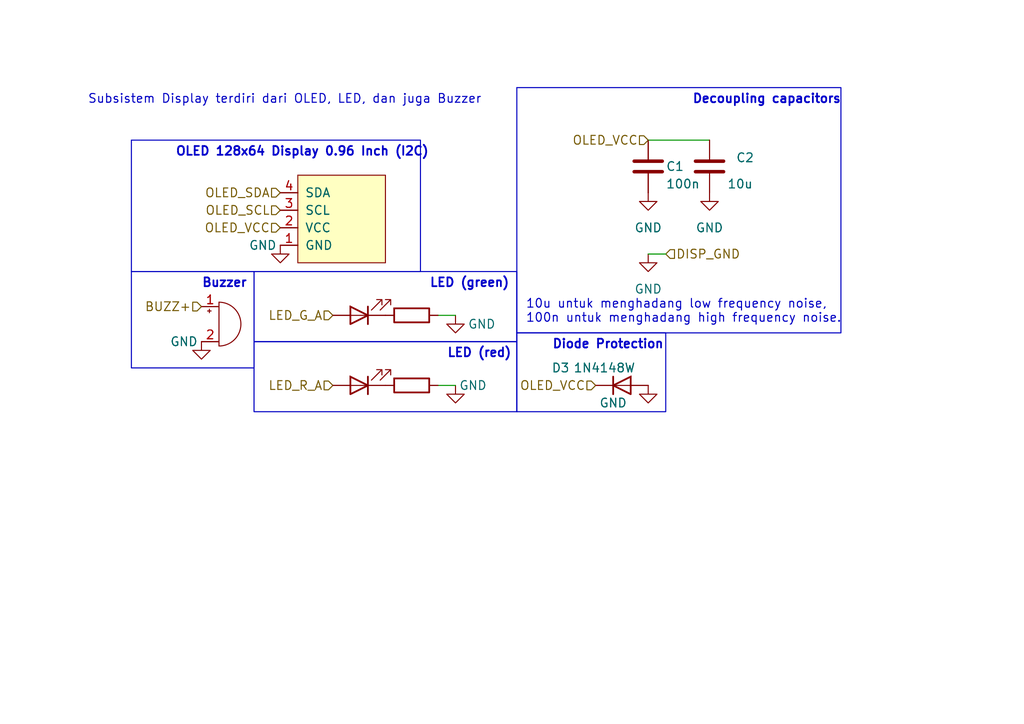
<source format=kicad_sch>
(kicad_sch (version 20230121) (generator eeschema)

  (uuid 181fe4ca-a8ac-4d3c-bca3-d6722f17b085)

  (paper "User" 148.488 105.004)

  (title_block
    (title "Subsistem Display")
    (date "2024-04-29")
    (rev "4.1")
    (company "Institut Teknologi Bandung")
    (comment 1 "Bostang Palaguna")
    (comment 2 "Designed By:")
  )

  (lib_symbols
    (symbol "Device:Buzzer" (pin_names (offset 0.0254) hide) (in_bom yes) (on_board yes)
      (property "Reference" "BZ" (at 3.81 1.27 0)
        (effects (font (size 1.27 1.27)) (justify left))
      )
      (property "Value" "Buzzer" (at 3.81 -1.27 0)
        (effects (font (size 1.27 1.27)) (justify left))
      )
      (property "Footprint" "" (at -0.635 2.54 90)
        (effects (font (size 1.27 1.27)) hide)
      )
      (property "Datasheet" "~" (at -0.635 2.54 90)
        (effects (font (size 1.27 1.27)) hide)
      )
      (property "ki_keywords" "quartz resonator ceramic" (at 0 0 0)
        (effects (font (size 1.27 1.27)) hide)
      )
      (property "ki_description" "Buzzer, polarized" (at 0 0 0)
        (effects (font (size 1.27 1.27)) hide)
      )
      (property "ki_fp_filters" "*Buzzer*" (at 0 0 0)
        (effects (font (size 1.27 1.27)) hide)
      )
      (symbol "Buzzer_0_1"
        (arc (start 0 -3.175) (mid 3.1612 0) (end 0 3.175)
          (stroke (width 0) (type default))
          (fill (type none))
        )
        (polyline
          (pts
            (xy -1.651 1.905)
            (xy -1.143 1.905)
          )
          (stroke (width 0) (type default))
          (fill (type none))
        )
        (polyline
          (pts
            (xy -1.397 2.159)
            (xy -1.397 1.651)
          )
          (stroke (width 0) (type default))
          (fill (type none))
        )
        (polyline
          (pts
            (xy 0 3.175)
            (xy 0 -3.175)
          )
          (stroke (width 0) (type default))
          (fill (type none))
        )
      )
      (symbol "Buzzer_1_1"
        (pin passive line (at -2.54 2.54 0) (length 2.54)
          (name "-" (effects (font (size 1.27 1.27))))
          (number "1" (effects (font (size 1.27 1.27))))
        )
        (pin passive line (at -2.54 -2.54 0) (length 2.54)
          (name "+" (effects (font (size 1.27 1.27))))
          (number "2" (effects (font (size 1.27 1.27))))
        )
      )
    )
    (symbol "Device:C" (pin_numbers hide) (pin_names (offset 0.254)) (in_bom yes) (on_board yes)
      (property "Reference" "C" (at 0.635 2.54 0)
        (effects (font (size 1.27 1.27)) (justify left))
      )
      (property "Value" "C" (at 0.635 -2.54 0)
        (effects (font (size 1.27 1.27)) (justify left))
      )
      (property "Footprint" "" (at 0.9652 -3.81 0)
        (effects (font (size 1.27 1.27)) hide)
      )
      (property "Datasheet" "~" (at 0 0 0)
        (effects (font (size 1.27 1.27)) hide)
      )
      (property "ki_keywords" "cap capacitor" (at 0 0 0)
        (effects (font (size 1.27 1.27)) hide)
      )
      (property "ki_description" "Unpolarized capacitor" (at 0 0 0)
        (effects (font (size 1.27 1.27)) hide)
      )
      (property "ki_fp_filters" "C_*" (at 0 0 0)
        (effects (font (size 1.27 1.27)) hide)
      )
      (symbol "C_0_1"
        (polyline
          (pts
            (xy -2.032 -0.762)
            (xy 2.032 -0.762)
          )
          (stroke (width 0.508) (type default))
          (fill (type none))
        )
        (polyline
          (pts
            (xy -2.032 0.762)
            (xy 2.032 0.762)
          )
          (stroke (width 0.508) (type default))
          (fill (type none))
        )
      )
      (symbol "C_1_1"
        (pin passive line (at 0 3.81 270) (length 2.794)
          (name "~" (effects (font (size 1.27 1.27))))
          (number "1" (effects (font (size 1.27 1.27))))
        )
        (pin passive line (at 0 -3.81 90) (length 2.794)
          (name "~" (effects (font (size 1.27 1.27))))
          (number "2" (effects (font (size 1.27 1.27))))
        )
      )
    )
    (symbol "Device:LED" (pin_numbers hide) (pin_names (offset 1.016) hide) (in_bom yes) (on_board yes)
      (property "Reference" "D" (at 0 2.54 0)
        (effects (font (size 1.27 1.27)))
      )
      (property "Value" "LED" (at 0 -2.54 0)
        (effects (font (size 1.27 1.27)))
      )
      (property "Footprint" "" (at 0 0 0)
        (effects (font (size 1.27 1.27)) hide)
      )
      (property "Datasheet" "~" (at 0 0 0)
        (effects (font (size 1.27 1.27)) hide)
      )
      (property "ki_keywords" "LED diode" (at 0 0 0)
        (effects (font (size 1.27 1.27)) hide)
      )
      (property "ki_description" "Light emitting diode" (at 0 0 0)
        (effects (font (size 1.27 1.27)) hide)
      )
      (property "ki_fp_filters" "LED* LED_SMD:* LED_THT:*" (at 0 0 0)
        (effects (font (size 1.27 1.27)) hide)
      )
      (symbol "LED_0_1"
        (polyline
          (pts
            (xy -1.27 -1.27)
            (xy -1.27 1.27)
          )
          (stroke (width 0.254) (type default))
          (fill (type none))
        )
        (polyline
          (pts
            (xy -1.27 0)
            (xy 1.27 0)
          )
          (stroke (width 0) (type default))
          (fill (type none))
        )
        (polyline
          (pts
            (xy 1.27 -1.27)
            (xy 1.27 1.27)
            (xy -1.27 0)
            (xy 1.27 -1.27)
          )
          (stroke (width 0.254) (type default))
          (fill (type none))
        )
        (polyline
          (pts
            (xy -3.048 -0.762)
            (xy -4.572 -2.286)
            (xy -3.81 -2.286)
            (xy -4.572 -2.286)
            (xy -4.572 -1.524)
          )
          (stroke (width 0) (type default))
          (fill (type none))
        )
        (polyline
          (pts
            (xy -1.778 -0.762)
            (xy -3.302 -2.286)
            (xy -2.54 -2.286)
            (xy -3.302 -2.286)
            (xy -3.302 -1.524)
          )
          (stroke (width 0) (type default))
          (fill (type none))
        )
      )
      (symbol "LED_1_1"
        (pin passive line (at -3.81 0 0) (length 2.54)
          (name "K" (effects (font (size 1.27 1.27))))
          (number "1" (effects (font (size 1.27 1.27))))
        )
        (pin passive line (at 3.81 0 180) (length 2.54)
          (name "A" (effects (font (size 1.27 1.27))))
          (number "2" (effects (font (size 1.27 1.27))))
        )
      )
    )
    (symbol "Device:R" (pin_numbers hide) (pin_names (offset 0)) (in_bom yes) (on_board yes)
      (property "Reference" "R" (at 2.032 0 90)
        (effects (font (size 1.27 1.27)))
      )
      (property "Value" "R" (at 0 0 90)
        (effects (font (size 1.27 1.27)))
      )
      (property "Footprint" "" (at -1.778 0 90)
        (effects (font (size 1.27 1.27)) hide)
      )
      (property "Datasheet" "~" (at 0 0 0)
        (effects (font (size 1.27 1.27)) hide)
      )
      (property "ki_keywords" "R res resistor" (at 0 0 0)
        (effects (font (size 1.27 1.27)) hide)
      )
      (property "ki_description" "Resistor" (at 0 0 0)
        (effects (font (size 1.27 1.27)) hide)
      )
      (property "ki_fp_filters" "R_*" (at 0 0 0)
        (effects (font (size 1.27 1.27)) hide)
      )
      (symbol "R_0_1"
        (rectangle (start -1.016 -2.54) (end 1.016 2.54)
          (stroke (width 0.254) (type default))
          (fill (type none))
        )
      )
      (symbol "R_1_1"
        (pin passive line (at 0 3.81 270) (length 1.27)
          (name "~" (effects (font (size 1.27 1.27))))
          (number "1" (effects (font (size 1.27 1.27))))
        )
        (pin passive line (at 0 -3.81 90) (length 1.27)
          (name "~" (effects (font (size 1.27 1.27))))
          (number "2" (effects (font (size 1.27 1.27))))
        )
      )
    )
    (symbol "Diode:1N4148W" (pin_numbers hide) (pin_names hide) (in_bom yes) (on_board yes)
      (property "Reference" "D" (at 0 2.54 0)
        (effects (font (size 1.27 1.27)))
      )
      (property "Value" "1N4148W" (at 0 -2.54 0)
        (effects (font (size 1.27 1.27)))
      )
      (property "Footprint" "Diode_SMD:D_SOD-123" (at 0 -4.445 0)
        (effects (font (size 1.27 1.27)) hide)
      )
      (property "Datasheet" "https://www.vishay.com/docs/85748/1n4148w.pdf" (at 0 0 0)
        (effects (font (size 1.27 1.27)) hide)
      )
      (property "Sim.Device" "D" (at 0 0 0)
        (effects (font (size 1.27 1.27)) hide)
      )
      (property "Sim.Pins" "1=K 2=A" (at 0 0 0)
        (effects (font (size 1.27 1.27)) hide)
      )
      (property "ki_keywords" "diode" (at 0 0 0)
        (effects (font (size 1.27 1.27)) hide)
      )
      (property "ki_description" "75V 0.15A Fast Switching Diode, SOD-123" (at 0 0 0)
        (effects (font (size 1.27 1.27)) hide)
      )
      (property "ki_fp_filters" "D*SOD?123*" (at 0 0 0)
        (effects (font (size 1.27 1.27)) hide)
      )
      (symbol "1N4148W_0_1"
        (polyline
          (pts
            (xy -1.27 1.27)
            (xy -1.27 -1.27)
          )
          (stroke (width 0.254) (type default))
          (fill (type none))
        )
        (polyline
          (pts
            (xy 1.27 0)
            (xy -1.27 0)
          )
          (stroke (width 0) (type default))
          (fill (type none))
        )
        (polyline
          (pts
            (xy 1.27 1.27)
            (xy 1.27 -1.27)
            (xy -1.27 0)
            (xy 1.27 1.27)
          )
          (stroke (width 0.254) (type default))
          (fill (type none))
        )
      )
      (symbol "1N4148W_1_1"
        (pin passive line (at -3.81 0 0) (length 2.54)
          (name "K" (effects (font (size 1.27 1.27))))
          (number "1" (effects (font (size 1.27 1.27))))
        )
        (pin passive line (at 3.81 0 180) (length 2.54)
          (name "A" (effects (font (size 1.27 1.27))))
          (number "2" (effects (font (size 1.27 1.27))))
        )
      )
    )
    (symbol "WMS_components:SSD1306" (pin_names (offset 1.016)) (in_bom yes) (on_board yes)
      (property "Reference" "Brd" (at 0 -3.81 0)
        (effects (font (size 1.27 1.27)))
      )
      (property "Value" "SSD1306" (at 0 -1.27 0)
        (effects (font (size 1.27 1.27)))
      )
      (property "Footprint" "" (at 0 6.35 0)
        (effects (font (size 1.27 1.27)) hide)
      )
      (property "Datasheet" "" (at 0 6.35 0)
        (effects (font (size 1.27 1.27)) hide)
      )
      (property "ki_keywords" "SSD1306" (at 0 0 0)
        (effects (font (size 1.27 1.27)) hide)
      )
      (property "ki_description" "SSD1306 OLED" (at 0 0 0)
        (effects (font (size 1.27 1.27)) hide)
      )
      (property "ki_fp_filters" "SSD1306-128x64_OLED:SSD1306" (at 0 0 0)
        (effects (font (size 1.27 1.27)) hide)
      )
      (symbol "SSD1306_0_1"
        (rectangle (start -6.35 6.35) (end 6.35 -6.35)
          (stroke (width 0) (type solid))
          (fill (type background))
        )
      )
      (symbol "SSD1306_1_1"
        (pin input line (at -3.81 8.89 270) (length 2.54)
          (name "GND" (effects (font (size 1.27 1.27))))
          (number "1" (effects (font (size 1.27 1.27))))
        )
        (pin input line (at -1.27 8.89 270) (length 2.54)
          (name "VCC" (effects (font (size 1.27 1.27))))
          (number "2" (effects (font (size 1.27 1.27))))
        )
        (pin input line (at 1.27 8.89 270) (length 2.54)
          (name "SCL" (effects (font (size 1.27 1.27))))
          (number "3" (effects (font (size 1.27 1.27))))
        )
        (pin input line (at 3.81 8.89 270) (length 2.54)
          (name "SDA" (effects (font (size 1.27 1.27))))
          (number "4" (effects (font (size 1.27 1.27))))
        )
      )
    )
    (symbol "power:GND" (power) (pin_names (offset 0)) (in_bom yes) (on_board yes)
      (property "Reference" "#PWR" (at 0 -6.35 0)
        (effects (font (size 1.27 1.27)) hide)
      )
      (property "Value" "GND" (at 0 -3.81 0)
        (effects (font (size 1.27 1.27)))
      )
      (property "Footprint" "" (at 0 0 0)
        (effects (font (size 1.27 1.27)) hide)
      )
      (property "Datasheet" "" (at 0 0 0)
        (effects (font (size 1.27 1.27)) hide)
      )
      (property "ki_keywords" "global power" (at 0 0 0)
        (effects (font (size 1.27 1.27)) hide)
      )
      (property "ki_description" "Power symbol creates a global label with name \"GND\" , ground" (at 0 0 0)
        (effects (font (size 1.27 1.27)) hide)
      )
      (symbol "GND_0_1"
        (polyline
          (pts
            (xy 0 0)
            (xy 0 -1.27)
            (xy 1.27 -1.27)
            (xy 0 -2.54)
            (xy -1.27 -1.27)
            (xy 0 -1.27)
          )
          (stroke (width 0) (type default))
          (fill (type none))
        )
      )
      (symbol "GND_1_1"
        (pin power_in line (at 0 0 270) (length 0) hide
          (name "GND" (effects (font (size 1.27 1.27))))
          (number "1" (effects (font (size 1.27 1.27))))
        )
      )
    )
  )


  (wire (pts (xy 93.98 36.83) (xy 96.52 36.83))
    (stroke (width 0) (type default))
    (uuid 67047532-cc48-48a8-9d35-dfdb576719cb)
  )
  (wire (pts (xy 66.04 55.88) (xy 63.5 55.88))
    (stroke (width 0) (type default))
    (uuid 96a255f6-cd88-4ca1-8f3f-537c4ca9a58a)
  )
  (wire (pts (xy 93.98 20.32) (xy 102.87 20.32))
    (stroke (width 0) (type default))
    (uuid 97b98d14-99aa-4bb6-b3b7-b73f3b507b5f)
  )
  (wire (pts (xy 66.04 45.72) (xy 63.5 45.72))
    (stroke (width 0) (type default))
    (uuid bd60049f-3d1f-44f5-9d54-cb59ecb44cc8)
  )

  (rectangle (start 36.83 49.53) (end 74.93 59.69)
    (stroke (width 0) (type default))
    (fill (type none))
    (uuid 26c26e26-8c4e-4fcb-8279-72b333f92006)
  )
  (rectangle (start 19.05 39.37) (end 36.83 53.34)
    (stroke (width 0) (type default))
    (fill (type none))
    (uuid 2aa020b7-4adc-420c-9553-570c4f07b486)
  )
  (rectangle (start 74.93 12.7) (end 121.92 48.26)
    (stroke (width 0) (type default))
    (fill (type none))
    (uuid 30407172-9fa1-4af5-9c5f-5fb3e18e8184)
  )
  (rectangle (start 74.93 48.26) (end 96.52 59.69)
    (stroke (width 0) (type default))
    (fill (type none))
    (uuid 6d46767c-1b78-4fa7-b0c7-00ad99a99e01)
  )
  (rectangle (start 19.05 20.32) (end 60.96 39.37)
    (stroke (width 0) (type default))
    (fill (type none))
    (uuid 759fb052-24f1-41dc-a522-afcdfa2d9c87)
  )
  (rectangle (start 36.83 39.37) (end 74.93 49.53)
    (stroke (width 0) (type default))
    (fill (type none))
    (uuid 7894ab3b-0b74-43fa-a1c7-ad9176a7f0b8)
  )

  (text "Subsistem Display terdiri dari OLED, LED, dan juga Buzzer"
    (at 12.7 15.24 0)
    (effects (font (size 1.27 1.27)) (justify left bottom))
    (uuid 0014a5bc-d10f-430b-ba68-52a77e42a782)
  )
  (text "LED (red)" (at 64.77 52.07 0)
    (effects (font (size 1.27 1.27) (thickness 0.254) bold) (justify left bottom))
    (uuid 4cffb4e4-1263-4eb7-9e50-f20553fd29e5)
  )
  (text "10u untuk menghadang low frequency noise,\n100n untuk menghadang high frequency noise."
    (at 76.2 46.99 0)
    (effects (font (size 1.27 1.27)) (justify left bottom))
    (uuid 56c9cb48-8132-48da-b158-9c00233108ed)
  )
  (text "Diode Protection" (at 80.01 50.8 0)
    (effects (font (size 1.27 1.27) (thickness 0.254) bold) (justify left bottom))
    (uuid 6d6482d5-76c1-4496-b76c-9e8906889277)
  )
  (text "Buzzer" (at 29.21 41.91 0)
    (effects (font (size 1.27 1.27) (thickness 0.254) bold) (justify left bottom))
    (uuid 71e2d82f-e841-4499-8fdb-c0cf1fb5ae2c)
  )
  (text "OLED 128x64 Display 0.96 Inch (I2C)" (at 25.4 22.86 0)
    (effects (font (size 1.27 1.27) (thickness 0.254) bold) (justify left bottom))
    (uuid 7ae7a5d0-ccb4-440d-8ee7-bc1ca9440ed7)
  )
  (text "LED (green)" (at 62.23 41.91 0)
    (effects (font (size 1.27 1.27) (thickness 0.254) bold) (justify left bottom))
    (uuid e57b6449-bf8c-4a57-a4b2-944e3b9a9e89)
  )
  (text "Decoupling capacitors" (at 100.33 15.24 0)
    (effects (font (size 1.27 1.27) (thickness 0.254) bold) (justify left bottom))
    (uuid ea7b4008-c6b8-47ca-b3db-9f62c648d1a9)
  )

  (hierarchical_label "OLED_VCC" (shape input) (at 86.36 55.88 180) (fields_autoplaced)
    (effects (font (size 1.27 1.27)) (justify right))
    (uuid 02ade66a-6d10-4783-9546-bc931dbdf000)
  )
  (hierarchical_label "BUZZ+" (shape input) (at 29.21 44.45 180) (fields_autoplaced)
    (effects (font (size 1.27 1.27)) (justify right))
    (uuid 12d48c2e-20ad-4f0c-b4b7-a64b93fc8754)
  )
  (hierarchical_label "OLED_VCC" (shape input) (at 40.64 33.02 180) (fields_autoplaced)
    (effects (font (size 1.27 1.27)) (justify right))
    (uuid 6d6426fa-05e8-46b3-ae11-afec85ab8f95)
  )
  (hierarchical_label "OLED_SDA" (shape input) (at 40.64 27.94 180) (fields_autoplaced)
    (effects (font (size 1.27 1.27)) (justify right))
    (uuid 9755a207-0eeb-4d7c-8a9a-e7d9ddf6160b)
  )
  (hierarchical_label "LED_R_A" (shape input) (at 48.26 55.88 180) (fields_autoplaced)
    (effects (font (size 1.27 1.27)) (justify right))
    (uuid 9aaa99ea-2fc0-418c-aa9f-d90c9c36bd11)
  )
  (hierarchical_label "LED_G_A" (shape input) (at 48.26 45.72 180) (fields_autoplaced)
    (effects (font (size 1.27 1.27)) (justify right))
    (uuid a8a96729-0d35-48de-ae4d-4e5d2c875d74)
  )
  (hierarchical_label "OLED_VCC" (shape input) (at 93.98 20.32 180) (fields_autoplaced)
    (effects (font (size 1.27 1.27)) (justify right))
    (uuid bc55a944-b019-41f0-9d4b-ff1129b353c2)
  )
  (hierarchical_label "OLED_SCL" (shape input) (at 40.64 30.48 180) (fields_autoplaced)
    (effects (font (size 1.27 1.27)) (justify right))
    (uuid dc94f21d-1008-40f4-af70-c6712efd67e5)
  )
  (hierarchical_label "DISP_GND" (shape input) (at 96.52 36.83 0) (fields_autoplaced)
    (effects (font (size 1.27 1.27)) (justify left))
    (uuid e781f291-be42-4090-b590-288906e122dd)
  )

  (symbol (lib_id "power:GND") (at 93.98 55.88 0) (unit 1)
    (in_bom yes) (on_board yes) (dnp no)
    (uuid 08f933fd-d007-4f5d-a8c7-a2de9b2ebeed)
    (property "Reference" "#PWR044" (at 93.98 62.23 0)
      (effects (font (size 1.27 1.27)) hide)
    )
    (property "Value" "GND" (at 88.9 58.42 0)
      (effects (font (size 1.27 1.27)))
    )
    (property "Footprint" "" (at 93.98 55.88 0)
      (effects (font (size 1.27 1.27)) hide)
    )
    (property "Datasheet" "" (at 93.98 55.88 0)
      (effects (font (size 1.27 1.27)) hide)
    )
    (pin "1" (uuid 9f8b046f-8c3e-45dc-8f27-8c9dbd0a1730))
    (instances
      (project "WMS"
        (path "/27842b89-d3ad-4f43-9134-f95cd8633a64/25c7c198-a1df-40f2-8a1d-f63e7334f907"
          (reference "#PWR044") (unit 1)
        )
        (path "/27842b89-d3ad-4f43-9134-f95cd8633a64/a06fb296-14b8-469f-bd65-cdd80dce8d46"
          (reference "#PWR059") (unit 1)
        )
        (path "/27842b89-d3ad-4f43-9134-f95cd8633a64/92702a01-18bc-488e-88bf-e9988be28598"
          (reference "#PWR079") (unit 1)
        )
      )
    )
  )

  (symbol (lib_id "power:GND") (at 66.04 55.88 0) (unit 1)
    (in_bom yes) (on_board yes) (dnp no)
    (uuid 4463ec1c-f0f9-4a98-b440-cc091b102c34)
    (property "Reference" "#PWR050" (at 66.04 62.23 0)
      (effects (font (size 1.27 1.27)) hide)
    )
    (property "Value" "GND" (at 68.58 55.88 0)
      (effects (font (size 1.27 1.27)))
    )
    (property "Footprint" "" (at 66.04 55.88 0)
      (effects (font (size 1.27 1.27)) hide)
    )
    (property "Datasheet" "" (at 66.04 55.88 0)
      (effects (font (size 1.27 1.27)) hide)
    )
    (pin "1" (uuid 510f0dd5-70d9-44ef-8e51-82ac7ef3a8f3))
    (instances
      (project "WMS"
        (path "/27842b89-d3ad-4f43-9134-f95cd8633a64/92702a01-18bc-488e-88bf-e9988be28598"
          (reference "#PWR050") (unit 1)
        )
      )
    )
  )

  (symbol (lib_id "Device:LED") (at 52.07 55.88 180) (unit 1)
    (in_bom yes) (on_board yes) (dnp no) (fields_autoplaced)
    (uuid 4dec77e4-e8d7-4606-a028-692156876607)
    (property "Reference" "D2" (at 53.6575 48.26 0)
      (effects (font (size 1.27 1.27)) hide)
    )
    (property "Value" "LED" (at 53.6575 50.8 0)
      (effects (font (size 1.27 1.27)) hide)
    )
    (property "Footprint" "LED_THT:LED_D3.0mm" (at 52.07 55.88 0)
      (effects (font (size 1.27 1.27)) hide)
    )
    (property "Datasheet" "~" (at 52.07 55.88 0)
      (effects (font (size 1.27 1.27)) hide)
    )
    (pin "1" (uuid ef8eb4fa-450a-40b3-af83-28ff116db768))
    (pin "2" (uuid 267d33bb-cf7f-4e5e-a4f7-46565b337590))
    (instances
      (project "WMS"
        (path "/27842b89-d3ad-4f43-9134-f95cd8633a64/92702a01-18bc-488e-88bf-e9988be28598"
          (reference "D2") (unit 1)
        )
      )
    )
  )

  (symbol (lib_id "WMS_components:SSD1306") (at 49.53 31.75 90) (unit 1)
    (in_bom yes) (on_board yes) (dnp no) (fields_autoplaced)
    (uuid 5aac4c58-9296-4316-ac10-0a2ef99fa1d0)
    (property "Reference" "Brd1" (at 57.15 30.48 90)
      (effects (font (size 1.27 1.27)) (justify right) hide)
    )
    (property "Value" "SSD1306" (at 57.15 33.02 90)
      (effects (font (size 1.27 1.27)) (justify right) hide)
    )
    (property "Footprint" "WMS_components:128x64OLED" (at 43.18 31.75 0)
      (effects (font (size 1.27 1.27)) hide)
    )
    (property "Datasheet" "" (at 43.18 31.75 0)
      (effects (font (size 1.27 1.27)) hide)
    )
    (pin "1" (uuid b234737d-d125-45d3-984b-1db33de3fe61))
    (pin "2" (uuid a724c44e-8237-47ba-bc21-69b370272541))
    (pin "3" (uuid b60c2be4-8a39-43ca-881c-264c4cbbaef0))
    (pin "4" (uuid 32eca17f-cce7-440e-9767-ef5f6fc901bd))
    (instances
      (project "WMS"
        (path "/27842b89-d3ad-4f43-9134-f95cd8633a64/92702a01-18bc-488e-88bf-e9988be28598"
          (reference "Brd1") (unit 1)
        )
      )
    )
  )

  (symbol (lib_id "power:GND") (at 40.64 35.56 0) (unit 1)
    (in_bom yes) (on_board yes) (dnp no)
    (uuid 77e5150c-7f98-4bd7-9669-7dcaf0851120)
    (property "Reference" "#PWR052" (at 40.64 41.91 0)
      (effects (font (size 1.27 1.27)) hide)
    )
    (property "Value" "GND" (at 38.1 35.56 0)
      (effects (font (size 1.27 1.27)))
    )
    (property "Footprint" "" (at 40.64 35.56 0)
      (effects (font (size 1.27 1.27)) hide)
    )
    (property "Datasheet" "" (at 40.64 35.56 0)
      (effects (font (size 1.27 1.27)) hide)
    )
    (pin "1" (uuid bd491521-ff92-47b3-8da5-60727f8601fa))
    (instances
      (project "WMS"
        (path "/27842b89-d3ad-4f43-9134-f95cd8633a64/92702a01-18bc-488e-88bf-e9988be28598"
          (reference "#PWR052") (unit 1)
        )
      )
    )
  )

  (symbol (lib_id "power:GND") (at 66.04 45.72 0) (unit 1)
    (in_bom yes) (on_board yes) (dnp no)
    (uuid 7815046c-a4e8-4f50-8a56-d583900a095e)
    (property "Reference" "#PWR049" (at 66.04 52.07 0)
      (effects (font (size 1.27 1.27)) hide)
    )
    (property "Value" "GND" (at 69.85 46.99 0)
      (effects (font (size 1.27 1.27)))
    )
    (property "Footprint" "" (at 66.04 45.72 0)
      (effects (font (size 1.27 1.27)) hide)
    )
    (property "Datasheet" "" (at 66.04 45.72 0)
      (effects (font (size 1.27 1.27)) hide)
    )
    (pin "1" (uuid 3c680750-2d3d-4b5c-8db5-dd1d4b5b9bfc))
    (instances
      (project "WMS"
        (path "/27842b89-d3ad-4f43-9134-f95cd8633a64/92702a01-18bc-488e-88bf-e9988be28598"
          (reference "#PWR049") (unit 1)
        )
      )
    )
  )

  (symbol (lib_id "power:GND") (at 102.87 27.94 0) (unit 1)
    (in_bom yes) (on_board yes) (dnp no) (fields_autoplaced)
    (uuid 7c0ba874-2265-45a2-95bd-af08bcfa63cb)
    (property "Reference" "#PWR047" (at 102.87 34.29 0)
      (effects (font (size 1.27 1.27)) hide)
    )
    (property "Value" "GND" (at 102.87 33.02 0)
      (effects (font (size 1.27 1.27)))
    )
    (property "Footprint" "" (at 102.87 27.94 0)
      (effects (font (size 1.27 1.27)) hide)
    )
    (property "Datasheet" "" (at 102.87 27.94 0)
      (effects (font (size 1.27 1.27)) hide)
    )
    (pin "1" (uuid e693de13-0748-422d-b0dc-572b3ca68322))
    (instances
      (project "WMS"
        (path "/27842b89-d3ad-4f43-9134-f95cd8633a64/92702a01-18bc-488e-88bf-e9988be28598"
          (reference "#PWR047") (unit 1)
        )
      )
    )
  )

  (symbol (lib_id "Device:LED") (at 52.07 45.72 180) (unit 1)
    (in_bom yes) (on_board yes) (dnp no) (fields_autoplaced)
    (uuid 886f1ed0-bd83-4d48-aff6-ceed8279bb9e)
    (property "Reference" "D1" (at 53.6575 38.1 0)
      (effects (font (size 1.27 1.27)) hide)
    )
    (property "Value" "LED" (at 53.6575 40.64 0)
      (effects (font (size 1.27 1.27)) hide)
    )
    (property "Footprint" "LED_THT:LED_D3.0mm" (at 52.07 45.72 0)
      (effects (font (size 1.27 1.27)) hide)
    )
    (property "Datasheet" "~" (at 52.07 45.72 0)
      (effects (font (size 1.27 1.27)) hide)
    )
    (pin "1" (uuid 9491d2bc-5d7c-4548-83dc-93c6920ad32d))
    (pin "2" (uuid aa573a7f-b767-4a24-ab18-a9b131b72c92))
    (instances
      (project "WMS"
        (path "/27842b89-d3ad-4f43-9134-f95cd8633a64/92702a01-18bc-488e-88bf-e9988be28598"
          (reference "D1") (unit 1)
        )
      )
    )
  )

  (symbol (lib_id "Device:R") (at 59.69 45.72 270) (unit 1)
    (in_bom yes) (on_board yes) (dnp no)
    (uuid 9bd8def7-dccc-415c-8a74-459beb68e746)
    (property "Reference" "R1" (at 59.69 39.37 90)
      (effects (font (size 1.27 1.27)) hide)
    )
    (property "Value" "82" (at 59.69 43.18 90)
      (effects (font (size 1.27 1.27)) hide)
    )
    (property "Footprint" "Resistor_SMD:R_0805_2012Metric" (at 59.69 43.942 90)
      (effects (font (size 1.27 1.27)) hide)
    )
    (property "Datasheet" "~" (at 59.69 45.72 0)
      (effects (font (size 1.27 1.27)) hide)
    )
    (pin "1" (uuid 1a59df72-4a36-4b0e-bdd3-65833499ebc3))
    (pin "2" (uuid 57b773bc-46ff-404a-82e6-c0af4061ae9d))
    (instances
      (project "WMS"
        (path "/27842b89-d3ad-4f43-9134-f95cd8633a64/92702a01-18bc-488e-88bf-e9988be28598"
          (reference "R1") (unit 1)
        )
      )
    )
  )

  (symbol (lib_id "Device:R") (at 59.69 55.88 270) (unit 1)
    (in_bom yes) (on_board yes) (dnp no)
    (uuid a8223aab-be73-4bb8-b71d-6157a83a61f6)
    (property "Reference" "R2" (at 59.69 49.53 90)
      (effects (font (size 1.27 1.27)) hide)
    )
    (property "Value" "120" (at 59.69 53.34 90)
      (effects (font (size 1.27 1.27)) hide)
    )
    (property "Footprint" "Resistor_SMD:R_0805_2012Metric" (at 59.69 54.102 90)
      (effects (font (size 1.27 1.27)) hide)
    )
    (property "Datasheet" "~" (at 59.69 55.88 0)
      (effects (font (size 1.27 1.27)) hide)
    )
    (pin "1" (uuid 563e0f92-2a16-4e7c-b459-449d4e345ec2))
    (pin "2" (uuid 2694b526-4abd-4bb0-a0cb-ed13e60e1d17))
    (instances
      (project "WMS"
        (path "/27842b89-d3ad-4f43-9134-f95cd8633a64/92702a01-18bc-488e-88bf-e9988be28598"
          (reference "R2") (unit 1)
        )
      )
    )
  )

  (symbol (lib_id "Diode:1N4148W") (at 90.17 55.88 0) (unit 1)
    (in_bom yes) (on_board yes) (dnp no)
    (uuid b89c2e5b-46cd-4ef8-8873-db8fa8ee832a)
    (property "Reference" "D3" (at 81.28 53.34 0)
      (effects (font (size 1.27 1.27)))
    )
    (property "Value" "1N4148W" (at 87.63 53.34 0)
      (effects (font (size 1.27 1.27)))
    )
    (property "Footprint" "Diode_SMD:D_SOD-123" (at 90.17 60.325 0)
      (effects (font (size 1.27 1.27)) hide)
    )
    (property "Datasheet" "https://www.vishay.com/docs/85748/1n4148w.pdf" (at 90.17 55.88 0)
      (effects (font (size 1.27 1.27)) hide)
    )
    (property "Sim.Device" "D" (at 90.17 55.88 0)
      (effects (font (size 1.27 1.27)) hide)
    )
    (property "Sim.Pins" "1=K 2=A" (at 90.17 55.88 0)
      (effects (font (size 1.27 1.27)) hide)
    )
    (pin "1" (uuid 1ce66b25-858f-4857-bc19-8cc079c5475c))
    (pin "2" (uuid 8f523219-aa16-4290-bda0-970e89158cb8))
    (instances
      (project "WMS"
        (path "/27842b89-d3ad-4f43-9134-f95cd8633a64/25c7c198-a1df-40f2-8a1d-f63e7334f907"
          (reference "D3") (unit 1)
        )
        (path "/27842b89-d3ad-4f43-9134-f95cd8633a64/a06fb296-14b8-469f-bd65-cdd80dce8d46"
          (reference "D5") (unit 1)
        )
        (path "/27842b89-d3ad-4f43-9134-f95cd8633a64/92702a01-18bc-488e-88bf-e9988be28598"
          (reference "D6") (unit 1)
        )
      )
    )
  )

  (symbol (lib_id "Device:C") (at 102.87 24.13 0) (unit 1)
    (in_bom yes) (on_board yes) (dnp no)
    (uuid bc82abb8-7ce7-4277-826f-efd3a021b219)
    (property "Reference" "C2" (at 106.68 22.86 0)
      (effects (font (size 1.27 1.27)) (justify left))
    )
    (property "Value" "10u" (at 105.41 26.67 0)
      (effects (font (size 1.27 1.27)) (justify left))
    )
    (property "Footprint" "Capacitor_SMD:C_0805_2012Metric" (at 103.8352 27.94 0)
      (effects (font (size 1.27 1.27)) hide)
    )
    (property "Datasheet" "~" (at 102.87 24.13 0)
      (effects (font (size 1.27 1.27)) hide)
    )
    (pin "1" (uuid 7c8cb5d6-6b6e-42be-a93a-04d86807ce60))
    (pin "2" (uuid fef7aad8-f41d-4f46-8d72-9cf47838ea6f))
    (instances
      (project "WMS"
        (path "/27842b89-d3ad-4f43-9134-f95cd8633a64/92702a01-18bc-488e-88bf-e9988be28598"
          (reference "C2") (unit 1)
        )
      )
    )
  )

  (symbol (lib_id "power:GND") (at 29.21 49.53 0) (unit 1)
    (in_bom yes) (on_board yes) (dnp no)
    (uuid bf1665af-0afb-4f19-b9aa-84d28e46345a)
    (property "Reference" "#PWR051" (at 29.21 55.88 0)
      (effects (font (size 1.27 1.27)) hide)
    )
    (property "Value" "GND" (at 26.67 49.53 0)
      (effects (font (size 1.27 1.27)))
    )
    (property "Footprint" "" (at 29.21 49.53 0)
      (effects (font (size 1.27 1.27)) hide)
    )
    (property "Datasheet" "" (at 29.21 49.53 0)
      (effects (font (size 1.27 1.27)) hide)
    )
    (pin "1" (uuid d4ec2886-01ad-4f64-8aa9-fb034db8389a))
    (instances
      (project "WMS"
        (path "/27842b89-d3ad-4f43-9134-f95cd8633a64/92702a01-18bc-488e-88bf-e9988be28598"
          (reference "#PWR051") (unit 1)
        )
      )
    )
  )

  (symbol (lib_id "Device:C") (at 93.98 24.13 0) (unit 1)
    (in_bom yes) (on_board yes) (dnp no)
    (uuid bfc587aa-9e5e-4e67-8186-90544275463c)
    (property "Reference" "C1" (at 96.52 24.13 0)
      (effects (font (size 1.27 1.27)) (justify left))
    )
    (property "Value" "100n" (at 96.52 26.67 0)
      (effects (font (size 1.27 1.27)) (justify left))
    )
    (property "Footprint" "Capacitor_SMD:C_0805_2012Metric" (at 94.9452 27.94 0)
      (effects (font (size 1.27 1.27)) hide)
    )
    (property "Datasheet" "~" (at 93.98 24.13 0)
      (effects (font (size 1.27 1.27)) hide)
    )
    (pin "1" (uuid 0d95b681-8da7-4de0-a359-8e7bb030f2e3))
    (pin "2" (uuid 2a7272c0-61f0-48de-9b4a-3b2f31ea3354))
    (instances
      (project "WMS"
        (path "/27842b89-d3ad-4f43-9134-f95cd8633a64/92702a01-18bc-488e-88bf-e9988be28598"
          (reference "C1") (unit 1)
        )
      )
    )
  )

  (symbol (lib_id "Device:Buzzer") (at 31.75 46.99 0) (unit 1)
    (in_bom yes) (on_board yes) (dnp no) (fields_autoplaced)
    (uuid cabd86cf-d87d-4124-b624-3e3ef03e866c)
    (property "Reference" "BZ1" (at 35.56 45.72 0)
      (effects (font (size 1.27 1.27)) (justify left) hide)
    )
    (property "Value" "Buzzer" (at 35.56 48.26 0)
      (effects (font (size 1.27 1.27)) (justify left) hide)
    )
    (property "Footprint" "Buzzer_Beeper:Buzzer_12x9.5RM7.6" (at 31.115 44.45 90)
      (effects (font (size 1.27 1.27)) hide)
    )
    (property "Datasheet" "~" (at 31.115 44.45 90)
      (effects (font (size 1.27 1.27)) hide)
    )
    (pin "1" (uuid dd933db9-0ad0-446f-afbd-fb75715cc2b4))
    (pin "2" (uuid 6a9a0489-59e0-46a4-b8cc-021c0f352da5))
    (instances
      (project "WMS"
        (path "/27842b89-d3ad-4f43-9134-f95cd8633a64/92702a01-18bc-488e-88bf-e9988be28598"
          (reference "BZ1") (unit 1)
        )
      )
    )
  )

  (symbol (lib_id "power:GND") (at 93.98 36.83 0) (unit 1)
    (in_bom yes) (on_board yes) (dnp no) (fields_autoplaced)
    (uuid ddf705b0-77da-486f-a75f-d9ebf2cb1575)
    (property "Reference" "#PWR048" (at 93.98 43.18 0)
      (effects (font (size 1.27 1.27)) hide)
    )
    (property "Value" "GND" (at 93.98 41.91 0)
      (effects (font (size 1.27 1.27)))
    )
    (property "Footprint" "" (at 93.98 36.83 0)
      (effects (font (size 1.27 1.27)) hide)
    )
    (property "Datasheet" "" (at 93.98 36.83 0)
      (effects (font (size 1.27 1.27)) hide)
    )
    (pin "1" (uuid 5c626233-822f-47cb-a45c-762d9e0d7416))
    (instances
      (project "WMS"
        (path "/27842b89-d3ad-4f43-9134-f95cd8633a64/92702a01-18bc-488e-88bf-e9988be28598"
          (reference "#PWR048") (unit 1)
        )
      )
    )
  )

  (symbol (lib_id "power:GND") (at 93.98 27.94 0) (unit 1)
    (in_bom yes) (on_board yes) (dnp no) (fields_autoplaced)
    (uuid f2613189-a338-40df-be80-740fc4541c62)
    (property "Reference" "#PWR045" (at 93.98 34.29 0)
      (effects (font (size 1.27 1.27)) hide)
    )
    (property "Value" "GND" (at 93.98 33.02 0)
      (effects (font (size 1.27 1.27)))
    )
    (property "Footprint" "" (at 93.98 27.94 0)
      (effects (font (size 1.27 1.27)) hide)
    )
    (property "Datasheet" "" (at 93.98 27.94 0)
      (effects (font (size 1.27 1.27)) hide)
    )
    (pin "1" (uuid 82c211d6-9a99-4052-a9ad-8c01ec308f6c))
    (instances
      (project "WMS"
        (path "/27842b89-d3ad-4f43-9134-f95cd8633a64/92702a01-18bc-488e-88bf-e9988be28598"
          (reference "#PWR045") (unit 1)
        )
      )
    )
  )
)

</source>
